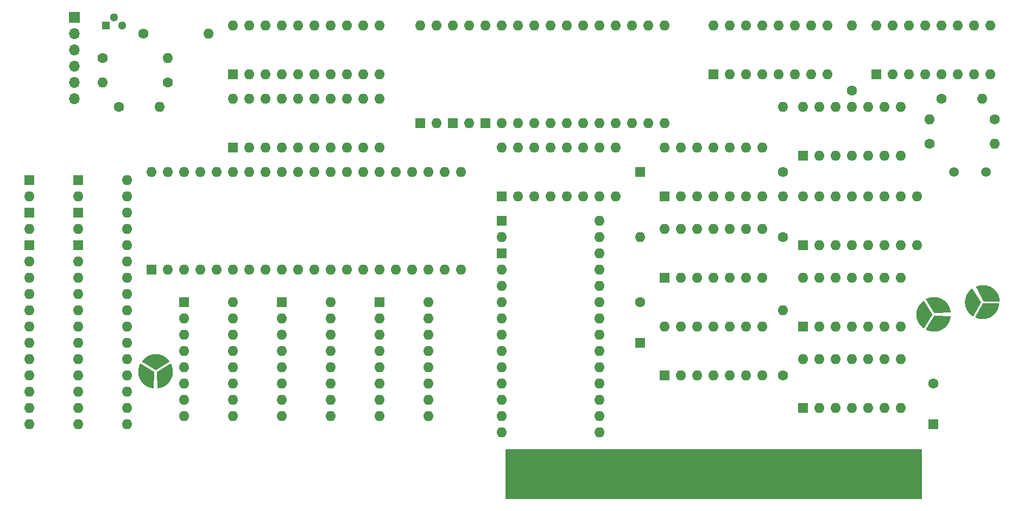
<source format=gbr>
G04 #@! TF.GenerationSoftware,KiCad,Pcbnew,(6.0.5-0)*
G04 #@! TF.CreationDate,2022-09-20T02:49:25-07:00*
G04 #@! TF.ProjectId,80ColumnCard,3830436f-6c75-46d6-9e43-6172642e6b69,rev?*
G04 #@! TF.SameCoordinates,Original*
G04 #@! TF.FileFunction,Soldermask,Top*
G04 #@! TF.FilePolarity,Negative*
%FSLAX46Y46*%
G04 Gerber Fmt 4.6, Leading zero omitted, Abs format (unit mm)*
G04 Created by KiCad (PCBNEW (6.0.5-0)) date 2022-09-20 02:49:25*
%MOMM*%
%LPD*%
G01*
G04 APERTURE LIST*
G04 Aperture macros list*
%AMRoundRect*
0 Rectangle with rounded corners*
0 $1 Rounding radius*
0 $2 $3 $4 $5 $6 $7 $8 $9 X,Y pos of 4 corners*
0 Add a 4 corners polygon primitive as box body*
4,1,4,$2,$3,$4,$5,$6,$7,$8,$9,$2,$3,0*
0 Add four circle primitives for the rounded corners*
1,1,$1+$1,$2,$3*
1,1,$1+$1,$4,$5*
1,1,$1+$1,$6,$7*
1,1,$1+$1,$8,$9*
0 Add four rect primitives between the rounded corners*
20,1,$1+$1,$2,$3,$4,$5,0*
20,1,$1+$1,$4,$5,$6,$7,0*
20,1,$1+$1,$6,$7,$8,$9,0*
20,1,$1+$1,$8,$9,$2,$3,0*%
%AMFreePoly0*
4,1,35,0.258502,0.618924,0.265911,0.620060,0.275865,0.612753,0.287498,0.608619,0.290717,0.601851,0.296760,0.597415,1.566760,-1.498085,1.569005,-1.512728,1.579297,-1.521061,1.583298,-1.559119,1.559217,-1.588861,1.559214,-1.588861,1.287876,-1.716544,1.003649,-1.812165,0.710308,-1.874455,0.411749,-1.902585,0.111936,-1.896182,-0.185150,-1.855332,-0.475565,-1.780577,-0.755451,-1.672908,
-1.021093,-1.533757,-1.268964,-1.364970,-1.495772,-1.168789,-1.698505,-0.947819,-1.874473,-0.704993,-2.021338,-0.443537,-2.137150,-0.166920,-2.220371,0.121182,-2.269898,0.416945,-2.266338,0.429122,-2.272434,0.441939,-2.259619,0.477998,-2.225061,0.494434,0.251439,0.621434,0.258502,0.618924,0.258502,0.618924,$1*%
%AMFreePoly1*
4,1,44,0.728392,2.151956,0.746320,2.149112,0.746996,2.148181,0.748123,2.147952,0.748124,2.147950,0.971760,1.978982,1.175840,1.786849,1.357976,1.573798,1.516038,1.342323,1.648176,1.095132,1.752845,0.835115,1.828819,0.565316,1.875212,0.288889,1.891480,0.009068,1.889621,0.004529,1.891500,-0.000011,1.876344,-0.279256,1.831173,-0.555240,1.756511,-0.824746,1.653231,-1.084632,
1.522535,-1.331870,1.365946,-1.563576,1.185291,-1.777051,0.982675,-1.969806,0.760460,-2.139594,0.751940,-2.141372,0.746320,-2.149112,0.708525,-2.155108,0.677558,-2.132624,-0.614125,-0.026137,-0.615388,-0.018177,-0.620121,-0.011658,-0.618272,0.000000,-0.620121,0.011658,-0.615388,0.018177,-0.614125,0.026137,0.677558,2.132624,0.678489,2.133300,0.678718,2.134427,0.693845,2.144449,
0.708525,2.155108,0.709660,2.154928,0.710619,2.155563,0.728392,2.151956,0.728392,2.151956,$1*%
%AMFreePoly2*
4,1,41,0.695802,1.876527,0.990035,1.815773,1.275307,1.721516,1.547816,1.595012,1.572048,1.565394,1.569515,1.540059,1.572560,1.535911,1.566760,1.498085,0.296760,-0.597415,0.290717,-0.601851,0.287498,-0.608619,0.275865,-0.612753,0.265911,-0.620060,0.258502,-0.618924,0.251439,-0.621434,-2.225061,-0.494434,-2.226232,-0.493877,-2.227475,-0.494252,-2.243355,-0.485733,-2.259619,-0.477998,
-2.260053,-0.476775,-2.261197,-0.476162,-2.266403,-0.458910,-2.272434,-0.441939,-2.271877,-0.440768,-2.272252,-0.439525,-2.272251,-0.439522,-2.225152,-0.142799,-2.144170,0.146521,-2.030386,0.424581,-1.885315,0.687676,-1.710891,0.932300,-1.509438,1.155192,-1.283641,1.353384,-1.036508,1.524233,-0.771332,1.665464,-0.491647,1.775193,-0.201179,1.851960,0.096199,1.894742,0.396527,1.902967,
0.695802,1.876527,0.695802,1.876527,$1*%
%AMFreePoly3*
4,1,35,0.258502,0.618924,0.265911,0.620060,0.275865,0.612753,0.287498,0.608619,0.290717,0.601851,0.296760,0.597415,1.566760,-1.498085,1.569005,-1.512728,1.579297,-1.521061,1.583298,-1.559119,1.559217,-1.588861,1.559214,-1.588861,1.288124,-1.716444,1.004164,-1.812024,0.711100,-1.874334,0.412817,-1.902546,0.113267,-1.896288,-0.183577,-1.855641,-0.473783,-1.781146,-0.753503,-1.673789,
-1.019030,-1.534993,-1.266845,-1.366598,-1.493662,-1.170835,-1.696476,-0.950301,-1.872598,-0.707917,-2.019694,-0.446897,-2.135815,-0.170699,-2.219420,0.117014,-2.269403,0.412431,-2.265231,0.426794,-2.272434,0.441939,-2.259619,0.477998,-2.225061,0.494434,0.251439,0.621434,0.258502,0.618924,0.258502,0.618924,$1*%
%AMFreePoly4*
4,1,44,0.728392,2.151956,0.746320,2.149112,0.746996,2.148181,0.748123,2.147952,0.748124,2.147950,0.971760,1.978982,1.175840,1.786849,1.357976,1.573798,1.516038,1.342323,1.648176,1.095132,1.752845,0.835115,1.828819,0.565316,1.875212,0.288889,1.891480,0.009068,1.889621,0.004529,1.891500,-0.000011,1.876614,-0.276760,1.832245,-0.550334,1.758901,-0.817603,1.657420,-1.075504,
1.528966,-1.321088,1.375008,-1.551541,1.197309,-1.764226,0.997904,-1.956707,0.779075,-2.126783,0.759425,-2.131062,0.746320,-2.149112,0.708525,-2.155108,0.677558,-2.132624,-0.614125,-0.026137,-0.615388,-0.018177,-0.620121,-0.011658,-0.618272,0.000000,-0.620121,0.011658,-0.615388,0.018177,-0.614125,0.026137,0.677558,2.132624,0.678489,2.133300,0.678718,2.134427,0.693845,2.144449,
0.708525,2.155108,0.709660,2.154928,0.710619,2.155563,0.728392,2.151956,0.728392,2.151956,$1*%
G04 Aperture macros list end*
%ADD10C,0.150000*%
%ADD11R,1.600000X1.600000*%
%ADD12O,1.600000X1.600000*%
%ADD13FreePoly0,90.000000*%
%ADD14FreePoly1,90.000000*%
%ADD15FreePoly2,90.000000*%
%ADD16C,1.600000*%
%ADD17R,1.300000X1.300000*%
%ADD18C,1.300000*%
%ADD19FreePoly3,180.000000*%
%ADD20FreePoly4,180.000000*%
%ADD21FreePoly2,180.000000*%
%ADD22R,1.700000X1.700000*%
%ADD23O,1.700000X1.700000*%
%ADD24C,1.500000*%
%ADD25FreePoly2,300.000000*%
%ADD26FreePoly4,300.000000*%
%ADD27FreePoly3,300.000000*%
%ADD28RoundRect,0.317500X-0.317500X-3.365500X0.317500X-3.365500X0.317500X3.365500X-0.317500X3.365500X0*%
G04 APERTURE END LIST*
G04 #@! TO.C,J1*
G36*
X234315000Y-130937000D02*
G01*
X169545000Y-130937000D01*
X169545000Y-123317000D01*
X234315000Y-123317000D01*
X234315000Y-130937000D01*
G37*
D10*
X234315000Y-130937000D02*
X169545000Y-130937000D01*
X169545000Y-123317000D01*
X234315000Y-123317000D01*
X234315000Y-130937000D01*
G04 #@! TD*
D11*
G04 #@! TO.C,U10W28*
X95250000Y-86360000D03*
D12*
X95250000Y-88900000D03*
X95250000Y-91440000D03*
X95250000Y-93980000D03*
X95250000Y-96520000D03*
X95250000Y-99060000D03*
X95250000Y-101600000D03*
X95250000Y-104140000D03*
X95250000Y-106680000D03*
X95250000Y-109220000D03*
X95250000Y-111760000D03*
X95250000Y-114300000D03*
X95250000Y-116840000D03*
X95250000Y-119380000D03*
X110490000Y-119380000D03*
X110490000Y-116840000D03*
X110490000Y-114300000D03*
X110490000Y-111760000D03*
X110490000Y-109220000D03*
X110490000Y-106680000D03*
X110490000Y-104140000D03*
X110490000Y-101600000D03*
X110490000Y-99060000D03*
X110490000Y-96520000D03*
X110490000Y-93980000D03*
X110490000Y-91440000D03*
X110490000Y-88900000D03*
X110490000Y-86360000D03*
G04 #@! TD*
D11*
G04 #@! TO.C,U10W24*
X95250000Y-91440000D03*
D12*
X95250000Y-93980000D03*
X95250000Y-96520000D03*
X95250000Y-99060000D03*
X95250000Y-101600000D03*
X95250000Y-104140000D03*
X95250000Y-106680000D03*
X95250000Y-109220000D03*
X95250000Y-111760000D03*
X95250000Y-114300000D03*
X95250000Y-116840000D03*
X95250000Y-119380000D03*
X110490000Y-119380000D03*
X110490000Y-116840000D03*
X110490000Y-114300000D03*
X110490000Y-111760000D03*
X110490000Y-109220000D03*
X110490000Y-106680000D03*
X110490000Y-104140000D03*
X110490000Y-101600000D03*
X110490000Y-99060000D03*
X110490000Y-96520000D03*
X110490000Y-93980000D03*
X110490000Y-91440000D03*
G04 #@! TD*
D11*
G04 #@! TO.C,U10W32*
X95250000Y-81280000D03*
D12*
X95250000Y-83820000D03*
X95250000Y-86360000D03*
X95250000Y-88900000D03*
X95250000Y-91440000D03*
X95250000Y-93980000D03*
X95250000Y-96520000D03*
X95250000Y-99060000D03*
X95250000Y-101600000D03*
X95250000Y-104140000D03*
X95250000Y-106680000D03*
X95250000Y-109220000D03*
X95250000Y-111760000D03*
X95250000Y-114300000D03*
X95250000Y-116840000D03*
X95250000Y-119380000D03*
X110490000Y-119380000D03*
X110490000Y-116840000D03*
X110490000Y-114300000D03*
X110490000Y-111760000D03*
X110490000Y-109220000D03*
X110490000Y-106680000D03*
X110490000Y-104140000D03*
X110490000Y-101600000D03*
X110490000Y-99060000D03*
X110490000Y-96520000D03*
X110490000Y-93980000D03*
X110490000Y-91440000D03*
X110490000Y-88900000D03*
X110490000Y-86360000D03*
X110490000Y-83820000D03*
X110490000Y-81280000D03*
G04 #@! TD*
D11*
G04 #@! TO.C,U10N32*
X102870000Y-81280000D03*
D12*
X102870000Y-83820000D03*
X102870000Y-86360000D03*
X102870000Y-88900000D03*
X102870000Y-91440000D03*
X102870000Y-93980000D03*
X102870000Y-96520000D03*
X102870000Y-99060000D03*
X102870000Y-101600000D03*
X102870000Y-104140000D03*
X102870000Y-106680000D03*
X102870000Y-109220000D03*
X102870000Y-111760000D03*
X102870000Y-114300000D03*
X102870000Y-116840000D03*
X102870000Y-119380000D03*
X110490000Y-119380000D03*
X110490000Y-116840000D03*
X110490000Y-114300000D03*
X110490000Y-111760000D03*
X110490000Y-109220000D03*
X110490000Y-106680000D03*
X110490000Y-104140000D03*
X110490000Y-101600000D03*
X110490000Y-99060000D03*
X110490000Y-96520000D03*
X110490000Y-93980000D03*
X110490000Y-91440000D03*
X110490000Y-88900000D03*
X110490000Y-86360000D03*
X110490000Y-83820000D03*
X110490000Y-81280000D03*
G04 #@! TD*
D13*
G04 #@! TO.C,X21*
X115747800Y-111480600D03*
D14*
X114935000Y-110312200D03*
D15*
X114122200Y-111480600D03*
G04 #@! TD*
D11*
G04 #@! TO.C,U14*
X119380000Y-100330000D03*
D12*
X119380000Y-102870000D03*
X119380000Y-105410000D03*
X119380000Y-107950000D03*
X119380000Y-110490000D03*
X119380000Y-113030000D03*
X119380000Y-115570000D03*
X119380000Y-118110000D03*
X127000000Y-118110000D03*
X127000000Y-115570000D03*
X127000000Y-113030000D03*
X127000000Y-110490000D03*
X127000000Y-107950000D03*
X127000000Y-105410000D03*
X127000000Y-102870000D03*
X127000000Y-100330000D03*
G04 #@! TD*
D16*
G04 #@! TO.C,C3*
X237490000Y-68580000D03*
D12*
X243840000Y-68580000D03*
G04 #@! TD*
D17*
G04 #@! TO.C,Q1*
X107188000Y-57150000D03*
D18*
X108458000Y-55880000D03*
X109728000Y-57150000D03*
G04 #@! TD*
D11*
G04 #@! TO.C,U21*
X201930000Y-64770000D03*
D12*
X204470000Y-64770000D03*
X207010000Y-64770000D03*
X209550000Y-64770000D03*
X212090000Y-64770000D03*
X214630000Y-64770000D03*
X217170000Y-64770000D03*
X219710000Y-64770000D03*
X219710000Y-57150000D03*
X217170000Y-57150000D03*
X214630000Y-57150000D03*
X212090000Y-57150000D03*
X209550000Y-57150000D03*
X207010000Y-57150000D03*
X204470000Y-57150000D03*
X201930000Y-57150000D03*
G04 #@! TD*
D11*
G04 #@! TO.C,U2*
X194310000Y-96520000D03*
D12*
X196850000Y-96520000D03*
X199390000Y-96520000D03*
X201930000Y-96520000D03*
X204470000Y-96520000D03*
X207010000Y-96520000D03*
X209550000Y-96520000D03*
X209550000Y-88900000D03*
X207010000Y-88900000D03*
X204470000Y-88900000D03*
X201930000Y-88900000D03*
X199390000Y-88900000D03*
X196850000Y-88900000D03*
X194310000Y-88900000D03*
G04 #@! TD*
D11*
G04 #@! TO.C,C4*
X236220000Y-119380000D03*
D16*
X236220000Y-113030000D03*
G04 #@! TD*
D11*
G04 #@! TO.C,U20*
X166370000Y-72390000D03*
D12*
X168910000Y-72390000D03*
X171450000Y-72390000D03*
X173990000Y-72390000D03*
X176530000Y-72390000D03*
X179070000Y-72390000D03*
X181610000Y-72390000D03*
X184150000Y-72390000D03*
X186690000Y-72390000D03*
X189230000Y-72390000D03*
X191770000Y-72390000D03*
X194310000Y-72390000D03*
X194310000Y-57150000D03*
X191770000Y-57150000D03*
X189230000Y-57150000D03*
X186690000Y-57150000D03*
X184150000Y-57150000D03*
X181610000Y-57150000D03*
X179070000Y-57150000D03*
X176530000Y-57150000D03*
X173990000Y-57150000D03*
X171450000Y-57150000D03*
X168910000Y-57150000D03*
X166370000Y-57150000D03*
G04 #@! TD*
D11*
G04 #@! TO.C,U4*
X215900000Y-77470000D03*
D12*
X218440000Y-77470000D03*
X220980000Y-77470000D03*
X223520000Y-77470000D03*
X226060000Y-77470000D03*
X228600000Y-77470000D03*
X231140000Y-77470000D03*
X231140000Y-69850000D03*
X228600000Y-69850000D03*
X226060000Y-69850000D03*
X223520000Y-69850000D03*
X220980000Y-69850000D03*
X218440000Y-69850000D03*
X215900000Y-69850000D03*
G04 #@! TD*
D11*
G04 #@! TO.C,U9*
X168910000Y-83820000D03*
D12*
X171450000Y-83820000D03*
X173990000Y-83820000D03*
X176530000Y-83820000D03*
X179070000Y-83820000D03*
X181610000Y-83820000D03*
X184150000Y-83820000D03*
X186690000Y-83820000D03*
X186690000Y-76200000D03*
X184150000Y-76200000D03*
X181610000Y-76200000D03*
X179070000Y-76200000D03*
X176530000Y-76200000D03*
X173990000Y-76200000D03*
X171450000Y-76200000D03*
X168910000Y-76200000D03*
G04 #@! TD*
D11*
G04 #@! TO.C,U20C1*
X156210000Y-72390000D03*
D12*
X158750000Y-72390000D03*
X161290000Y-72390000D03*
X163830000Y-72390000D03*
X166370000Y-72390000D03*
X168910000Y-72390000D03*
X171450000Y-72390000D03*
X173990000Y-72390000D03*
X176530000Y-72390000D03*
X179070000Y-72390000D03*
X181610000Y-72390000D03*
X184150000Y-72390000D03*
X186690000Y-72390000D03*
X189230000Y-72390000D03*
X191770000Y-72390000D03*
X194310000Y-72390000D03*
X194310000Y-57150000D03*
X191770000Y-57150000D03*
X189230000Y-57150000D03*
X186690000Y-57150000D03*
X184150000Y-57150000D03*
X181610000Y-57150000D03*
X179070000Y-57150000D03*
X176530000Y-57150000D03*
X173990000Y-57150000D03*
X171450000Y-57150000D03*
X168910000Y-57150000D03*
X166370000Y-57150000D03*
X163830000Y-57150000D03*
X161290000Y-57150000D03*
X158750000Y-57150000D03*
X156210000Y-57150000D03*
G04 #@! TD*
D11*
G04 #@! TO.C,U5*
X127000000Y-76200000D03*
D12*
X129540000Y-76200000D03*
X132080000Y-76200000D03*
X134620000Y-76200000D03*
X137160000Y-76200000D03*
X139700000Y-76200000D03*
X142240000Y-76200000D03*
X144780000Y-76200000D03*
X147320000Y-76200000D03*
X149860000Y-76200000D03*
X149860000Y-68580000D03*
X147320000Y-68580000D03*
X144780000Y-68580000D03*
X142240000Y-68580000D03*
X139700000Y-68580000D03*
X137160000Y-68580000D03*
X134620000Y-68580000D03*
X132080000Y-68580000D03*
X129540000Y-68580000D03*
X127000000Y-68580000D03*
G04 #@! TD*
D11*
G04 #@! TO.C,U3W28*
X168910000Y-87630000D03*
D12*
X168910000Y-90170000D03*
X168910000Y-92710000D03*
X168910000Y-95250000D03*
X168910000Y-97790000D03*
X168910000Y-100330000D03*
X168910000Y-102870000D03*
X168910000Y-105410000D03*
X168910000Y-107950000D03*
X168910000Y-110490000D03*
X168910000Y-113030000D03*
X168910000Y-115570000D03*
X168910000Y-118110000D03*
X168910000Y-120650000D03*
X184150000Y-120650000D03*
X184150000Y-118110000D03*
X184150000Y-115570000D03*
X184150000Y-113030000D03*
X184150000Y-110490000D03*
X184150000Y-107950000D03*
X184150000Y-105410000D03*
X184150000Y-102870000D03*
X184150000Y-100330000D03*
X184150000Y-97790000D03*
X184150000Y-95250000D03*
X184150000Y-92710000D03*
X184150000Y-90170000D03*
X184150000Y-87630000D03*
G04 #@! TD*
D19*
G04 #@! TO.C,X6*
X236575600Y-101422200D03*
D20*
X235407200Y-102235000D03*
D21*
X236575600Y-103047800D03*
G04 #@! TD*
D16*
G04 #@! TO.C,R8*
X223520000Y-67310000D03*
D12*
X223520000Y-57150000D03*
G04 #@! TD*
D16*
G04 #@! TO.C,R10*
X212725000Y-80010000D03*
D12*
X212725000Y-69850000D03*
G04 #@! TD*
D11*
G04 #@! TO.C,U22*
X215900000Y-91440000D03*
D12*
X218440000Y-91440000D03*
X220980000Y-91440000D03*
X223520000Y-91440000D03*
X226060000Y-91440000D03*
X228600000Y-91440000D03*
X231140000Y-91440000D03*
X233680000Y-91440000D03*
X233680000Y-83820000D03*
X231140000Y-83820000D03*
X228600000Y-83820000D03*
X226060000Y-83820000D03*
X223520000Y-83820000D03*
X220980000Y-83820000D03*
X218440000Y-83820000D03*
X215900000Y-83820000D03*
G04 #@! TD*
D11*
G04 #@! TO.C,U15*
X134620000Y-100330000D03*
D12*
X134620000Y-102870000D03*
X134620000Y-105410000D03*
X134620000Y-107950000D03*
X134620000Y-110490000D03*
X134620000Y-113030000D03*
X134620000Y-115570000D03*
X134620000Y-118110000D03*
X142240000Y-118110000D03*
X142240000Y-115570000D03*
X142240000Y-113030000D03*
X142240000Y-110490000D03*
X142240000Y-107950000D03*
X142240000Y-105410000D03*
X142240000Y-102870000D03*
X142240000Y-100330000D03*
G04 #@! TD*
D11*
G04 #@! TO.C,U18*
X127000000Y-64770000D03*
D12*
X129540000Y-64770000D03*
X132080000Y-64770000D03*
X134620000Y-64770000D03*
X137160000Y-64770000D03*
X139700000Y-64770000D03*
X142240000Y-64770000D03*
X144780000Y-64770000D03*
X147320000Y-64770000D03*
X149860000Y-64770000D03*
X149860000Y-57150000D03*
X147320000Y-57150000D03*
X144780000Y-57150000D03*
X142240000Y-57150000D03*
X139700000Y-57150000D03*
X137160000Y-57150000D03*
X134620000Y-57150000D03*
X132080000Y-57150000D03*
X129540000Y-57150000D03*
X127000000Y-57150000D03*
G04 #@! TD*
D16*
G04 #@! TO.C,R2*
X235585000Y-75565000D03*
D12*
X245745000Y-75565000D03*
G04 #@! TD*
D11*
G04 #@! TO.C,CR1*
X190500000Y-80010000D03*
D12*
X190500000Y-90170000D03*
G04 #@! TD*
D16*
G04 #@! TO.C,R11*
X116840000Y-66040000D03*
D12*
X106680000Y-66040000D03*
G04 #@! TD*
D22*
G04 #@! TO.C,J2*
X102235000Y-55880000D03*
D23*
X102235000Y-58420000D03*
X102235000Y-60960000D03*
X102235000Y-63500000D03*
X102235000Y-66040000D03*
X102235000Y-68580000D03*
G04 #@! TD*
D11*
G04 #@! TO.C,C1*
X190500000Y-106680000D03*
D16*
X190500000Y-100330000D03*
G04 #@! TD*
G04 #@! TO.C,R1*
X245745000Y-71755000D03*
D12*
X235585000Y-71755000D03*
G04 #@! TD*
D11*
G04 #@! TO.C,U19*
X114300000Y-95250000D03*
D12*
X116840000Y-95250000D03*
X119380000Y-95250000D03*
X121920000Y-95250000D03*
X124460000Y-95250000D03*
X127000000Y-95250000D03*
X129540000Y-95250000D03*
X132080000Y-95250000D03*
X134620000Y-95250000D03*
X137160000Y-95250000D03*
X139700000Y-95250000D03*
X142240000Y-95250000D03*
X144780000Y-95250000D03*
X147320000Y-95250000D03*
X149860000Y-95250000D03*
X152400000Y-95250000D03*
X154940000Y-95250000D03*
X157480000Y-95250000D03*
X160020000Y-95250000D03*
X162560000Y-95250000D03*
X162560000Y-80010000D03*
X160020000Y-80010000D03*
X157480000Y-80010000D03*
X154940000Y-80010000D03*
X152400000Y-80010000D03*
X149860000Y-80010000D03*
X147320000Y-80010000D03*
X144780000Y-80010000D03*
X142240000Y-80010000D03*
X139700000Y-80010000D03*
X137160000Y-80010000D03*
X134620000Y-80010000D03*
X132080000Y-80010000D03*
X129540000Y-80010000D03*
X127000000Y-80010000D03*
X124460000Y-80010000D03*
X121920000Y-80010000D03*
X119380000Y-80010000D03*
X116840000Y-80010000D03*
X114300000Y-80010000D03*
G04 #@! TD*
D24*
G04 #@! TO.C,Y1*
X239395000Y-80010000D03*
X244422000Y-80010000D03*
G04 #@! TD*
D11*
G04 #@! TO.C,U1*
X215900000Y-116840000D03*
D12*
X218440000Y-116840000D03*
X220980000Y-116840000D03*
X223520000Y-116840000D03*
X226060000Y-116840000D03*
X228600000Y-116840000D03*
X231140000Y-116840000D03*
X231140000Y-109220000D03*
X228600000Y-109220000D03*
X226060000Y-109220000D03*
X223520000Y-109220000D03*
X220980000Y-109220000D03*
X218440000Y-109220000D03*
X215900000Y-109220000D03*
G04 #@! TD*
D25*
G04 #@! TO.C,X7*
X244366105Y-99615641D03*
D26*
X244246400Y-101033905D03*
D27*
X242958295Y-100428441D03*
G04 #@! TD*
D16*
G04 #@! TO.C,C5*
X109220000Y-69850000D03*
D12*
X115570000Y-69850000D03*
G04 #@! TD*
D11*
G04 #@! TO.C,U7*
X194310000Y-111760000D03*
D12*
X196850000Y-111760000D03*
X199390000Y-111760000D03*
X201930000Y-111760000D03*
X204470000Y-111760000D03*
X207010000Y-111760000D03*
X209550000Y-111760000D03*
X209550000Y-104140000D03*
X207010000Y-104140000D03*
X204470000Y-104140000D03*
X201930000Y-104140000D03*
X199390000Y-104140000D03*
X196850000Y-104140000D03*
X194310000Y-104140000D03*
G04 #@! TD*
D11*
G04 #@! TO.C,U3*
X168910000Y-92710000D03*
D12*
X168910000Y-95250000D03*
X168910000Y-97790000D03*
X168910000Y-100330000D03*
X168910000Y-102870000D03*
X168910000Y-105410000D03*
X168910000Y-107950000D03*
X168910000Y-110490000D03*
X168910000Y-113030000D03*
X168910000Y-115570000D03*
X168910000Y-118110000D03*
X168910000Y-120650000D03*
X184150000Y-120650000D03*
X184150000Y-118110000D03*
X184150000Y-115570000D03*
X184150000Y-113030000D03*
X184150000Y-110490000D03*
X184150000Y-107950000D03*
X184150000Y-105410000D03*
X184150000Y-102870000D03*
X184150000Y-100330000D03*
X184150000Y-97790000D03*
X184150000Y-95250000D03*
X184150000Y-92710000D03*
G04 #@! TD*
D11*
G04 #@! TO.C,U8*
X215900000Y-104140000D03*
D12*
X218440000Y-104140000D03*
X220980000Y-104140000D03*
X223520000Y-104140000D03*
X226060000Y-104140000D03*
X228600000Y-104140000D03*
X231140000Y-104140000D03*
X231140000Y-96520000D03*
X228600000Y-96520000D03*
X226060000Y-96520000D03*
X223520000Y-96520000D03*
X220980000Y-96520000D03*
X218440000Y-96520000D03*
X215900000Y-96520000D03*
G04 #@! TD*
D11*
G04 #@! TO.C,U6*
X194310000Y-83820000D03*
D12*
X196850000Y-83820000D03*
X199390000Y-83820000D03*
X201930000Y-83820000D03*
X204470000Y-83820000D03*
X207010000Y-83820000D03*
X209550000Y-83820000D03*
X209550000Y-76200000D03*
X207010000Y-76200000D03*
X204470000Y-76200000D03*
X201930000Y-76200000D03*
X199390000Y-76200000D03*
X196850000Y-76200000D03*
X194310000Y-76200000D03*
G04 #@! TD*
G04 #@! TO.C,U16*
X157480000Y-100330000D03*
X157480000Y-102870000D03*
X157480000Y-105410000D03*
X157480000Y-107950000D03*
X157480000Y-110490000D03*
X157480000Y-113030000D03*
X157480000Y-115570000D03*
X157480000Y-118110000D03*
X149860000Y-118110000D03*
X149860000Y-115570000D03*
X149860000Y-113030000D03*
X149860000Y-110490000D03*
X149860000Y-107950000D03*
X149860000Y-105410000D03*
X149860000Y-102870000D03*
D11*
X149860000Y-100330000D03*
G04 #@! TD*
D16*
G04 #@! TO.C,C2*
X212725000Y-90170000D03*
D12*
X212725000Y-83820000D03*
G04 #@! TD*
D11*
G04 #@! TO.C,U10N28*
X102870000Y-86360000D03*
D12*
X102870000Y-88900000D03*
X102870000Y-91440000D03*
X102870000Y-93980000D03*
X102870000Y-96520000D03*
X102870000Y-99060000D03*
X102870000Y-101600000D03*
X102870000Y-104140000D03*
X102870000Y-106680000D03*
X102870000Y-109220000D03*
X102870000Y-111760000D03*
X102870000Y-114300000D03*
X102870000Y-116840000D03*
X102870000Y-119380000D03*
X110490000Y-119380000D03*
X110490000Y-116840000D03*
X110490000Y-114300000D03*
X110490000Y-111760000D03*
X110490000Y-109220000D03*
X110490000Y-106680000D03*
X110490000Y-104140000D03*
X110490000Y-101600000D03*
X110490000Y-99060000D03*
X110490000Y-96520000D03*
X110490000Y-93980000D03*
X110490000Y-91440000D03*
X110490000Y-88900000D03*
X110490000Y-86360000D03*
G04 #@! TD*
D11*
G04 #@! TO.C,U23*
X227330000Y-64770000D03*
D12*
X229870000Y-64770000D03*
X232410000Y-64770000D03*
X234950000Y-64770000D03*
X237490000Y-64770000D03*
X240030000Y-64770000D03*
X242570000Y-64770000D03*
X245110000Y-64770000D03*
X245110000Y-57150000D03*
X242570000Y-57150000D03*
X240030000Y-57150000D03*
X237490000Y-57150000D03*
X234950000Y-57150000D03*
X232410000Y-57150000D03*
X229870000Y-57150000D03*
X227330000Y-57150000D03*
G04 #@! TD*
D16*
G04 #@! TO.C,R9*
X212725000Y-111760000D03*
D12*
X212725000Y-101600000D03*
G04 #@! TD*
D28*
G04 #@! TO.C,J1*
X171450000Y-127000000D03*
X173990000Y-127000000D03*
X176530000Y-127000000D03*
X179070000Y-127000000D03*
X181610000Y-127000000D03*
X184150000Y-127000000D03*
X186690000Y-127000000D03*
X189230000Y-127000000D03*
X191770000Y-127000000D03*
X194310000Y-127000000D03*
X196850000Y-127000000D03*
X199390000Y-127000000D03*
X201930000Y-127000000D03*
X204470000Y-127000000D03*
X207010000Y-127000000D03*
X209550000Y-127000000D03*
X212090000Y-127000000D03*
X214630000Y-127000000D03*
X217170000Y-127000000D03*
X219710000Y-127000000D03*
X222250000Y-127000000D03*
X224790000Y-127000000D03*
X227330000Y-127000000D03*
X229870000Y-127000000D03*
X232410000Y-127000000D03*
G04 #@! TD*
D16*
G04 #@! TO.C,R12*
X106680000Y-62230000D03*
D12*
X116840000Y-62230000D03*
G04 #@! TD*
D16*
G04 #@! TO.C,R13*
X113030000Y-58420000D03*
D12*
X123190000Y-58420000D03*
G04 #@! TD*
D11*
G04 #@! TO.C,U10*
X102870000Y-91440000D03*
D12*
X102870000Y-93980000D03*
X102870000Y-96520000D03*
X102870000Y-99060000D03*
X102870000Y-101600000D03*
X102870000Y-104140000D03*
X102870000Y-106680000D03*
X102870000Y-109220000D03*
X102870000Y-111760000D03*
X102870000Y-114300000D03*
X102870000Y-116840000D03*
X102870000Y-119380000D03*
X110490000Y-119380000D03*
X110490000Y-116840000D03*
X110490000Y-114300000D03*
X110490000Y-111760000D03*
X110490000Y-109220000D03*
X110490000Y-106680000D03*
X110490000Y-104140000D03*
X110490000Y-101600000D03*
X110490000Y-99060000D03*
X110490000Y-96520000D03*
X110490000Y-93980000D03*
X110490000Y-91440000D03*
G04 #@! TD*
D11*
G04 #@! TO.C,U20B1*
X161290000Y-72390000D03*
D12*
X163830000Y-72390000D03*
X166370000Y-72390000D03*
X168910000Y-72390000D03*
X171450000Y-72390000D03*
X173990000Y-72390000D03*
X176530000Y-72390000D03*
X179070000Y-72390000D03*
X181610000Y-72390000D03*
X184150000Y-72390000D03*
X186690000Y-72390000D03*
X189230000Y-72390000D03*
X191770000Y-72390000D03*
X194310000Y-72390000D03*
X194310000Y-57150000D03*
X191770000Y-57150000D03*
X189230000Y-57150000D03*
X186690000Y-57150000D03*
X184150000Y-57150000D03*
X181610000Y-57150000D03*
X179070000Y-57150000D03*
X176530000Y-57150000D03*
X173990000Y-57150000D03*
X171450000Y-57150000D03*
X168910000Y-57150000D03*
X166370000Y-57150000D03*
X163830000Y-57150000D03*
X161290000Y-57150000D03*
G04 #@! TD*
M02*

</source>
